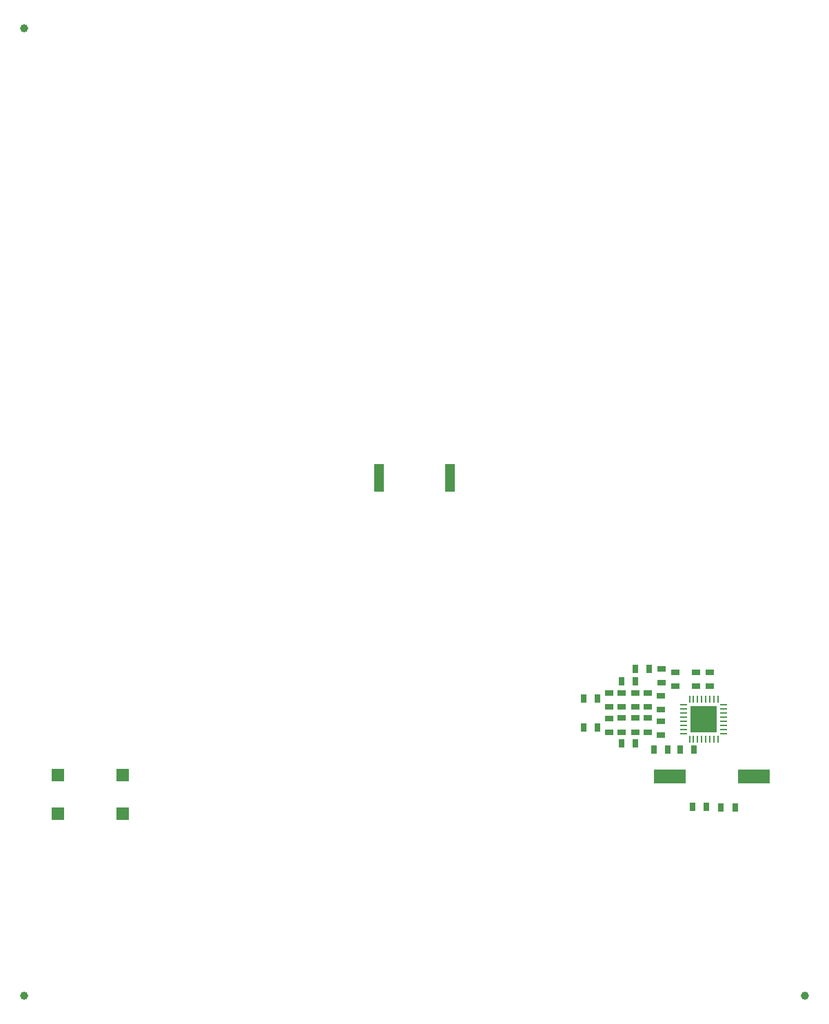
<source format=gtp>
G04 Layer_Color=8421504*
%FSLAX24Y24*%
%MOIN*%
G70*
G01*
G75*
%ADD10R,0.0394X0.0315*%
%ADD11R,0.0315X0.0394*%
%ADD12C,0.0394*%
%ADD13R,0.0512X0.1339*%
%ADD14R,0.0610X0.0610*%
%ADD15R,0.1280X0.1280*%
%ADD16R,0.0331X0.0102*%
%ADD17R,0.0102X0.0331*%
%ADD18R,0.1575X0.0650*%
G36*
X-5102Y13551D02*
X-5444D01*
Y13892D01*
X-5102D01*
Y13551D01*
D02*
G37*
G36*
X-5945Y13972D02*
X-6289D01*
Y14315D01*
X-5945D01*
Y13972D01*
D02*
G37*
G36*
Y13551D02*
X-6289D01*
Y13892D01*
X-5945D01*
Y13551D01*
D02*
G37*
G36*
X-5523D02*
X-5866D01*
Y13892D01*
X-5523D01*
Y13551D01*
D02*
G37*
G36*
Y13972D02*
X-5866D01*
Y14315D01*
X-5523D01*
Y13972D01*
D02*
G37*
G36*
Y14393D02*
X-5866D01*
Y14737D01*
X-5523D01*
Y14393D01*
D02*
G37*
G36*
X-5102D02*
X-5444D01*
Y14737D01*
X-5102D01*
Y14393D01*
D02*
G37*
G36*
Y13972D02*
X-5444D01*
Y14315D01*
X-5102D01*
Y13972D01*
D02*
G37*
G36*
X-5945Y14393D02*
X-6289D01*
Y14738D01*
X-5945D01*
Y14393D01*
D02*
G37*
D10*
X-8991Y14747D02*
D03*
Y15417D02*
D03*
Y13527D02*
D03*
Y14197D02*
D03*
X-7080Y16416D02*
D03*
Y15747D02*
D03*
X-7740Y16586D02*
D03*
X-7740Y15917D02*
D03*
X-10276Y14193D02*
D03*
Y13524D02*
D03*
X-9661Y14197D02*
D03*
Y13527D02*
D03*
X-8400Y14196D02*
D03*
Y13527D02*
D03*
X-10276Y15413D02*
D03*
Y14744D02*
D03*
X-9661Y15417D02*
D03*
Y14747D02*
D03*
X-8400Y15416D02*
D03*
Y14747D02*
D03*
X-5400Y16416D02*
D03*
Y15747D02*
D03*
X-6060Y15742D02*
D03*
X-6060Y16411D02*
D03*
X-7760Y14602D02*
D03*
X-7760Y15271D02*
D03*
X-7770Y14051D02*
D03*
X-7770Y13382D02*
D03*
D11*
X-10846Y13760D02*
D03*
X-11516Y13760D02*
D03*
X-10846Y15138D02*
D03*
X-11516Y15138D02*
D03*
X-6175Y12682D02*
D03*
X-6845Y12682D02*
D03*
X-5565Y9902D02*
D03*
X-6235D02*
D03*
X-4855Y9892D02*
D03*
X-4185D02*
D03*
X-9661Y12967D02*
D03*
X-8992D02*
D03*
X-9666Y15982D02*
D03*
X-8997D02*
D03*
X-8995Y16582D02*
D03*
X-8325D02*
D03*
X-8105Y12682D02*
D03*
X-7435D02*
D03*
D12*
X-787Y787D02*
D03*
X-38583Y47539D02*
D03*
X-38583Y787D02*
D03*
D13*
X-21398Y25799D02*
D03*
X-17972D02*
D03*
D14*
X-36919Y9563D02*
D03*
Y11433D02*
D03*
X-33789D02*
D03*
Y9563D02*
D03*
D15*
X-5695Y14143D02*
D03*
D16*
X-4730Y14832D02*
D03*
Y14635D02*
D03*
Y14439D02*
D03*
Y14242D02*
D03*
Y14045D02*
D03*
Y13848D02*
D03*
Y13651D02*
D03*
Y13454D02*
D03*
X-6659D02*
D03*
Y13651D02*
D03*
Y13848D02*
D03*
Y14045D02*
D03*
Y14242D02*
D03*
Y14439D02*
D03*
Y14635D02*
D03*
Y14832D02*
D03*
D17*
X-5006Y13179D02*
D03*
X-5203D02*
D03*
X-5399D02*
D03*
X-5596D02*
D03*
X-5793D02*
D03*
X-5990D02*
D03*
X-6187D02*
D03*
X-6384D02*
D03*
Y15108D02*
D03*
X-6187D02*
D03*
X-5990D02*
D03*
X-5793D02*
D03*
X-5596D02*
D03*
X-5399D02*
D03*
X-5203D02*
D03*
X-5006D02*
D03*
D18*
X-3281Y11377D02*
D03*
X-7328D02*
D03*
M02*

</source>
